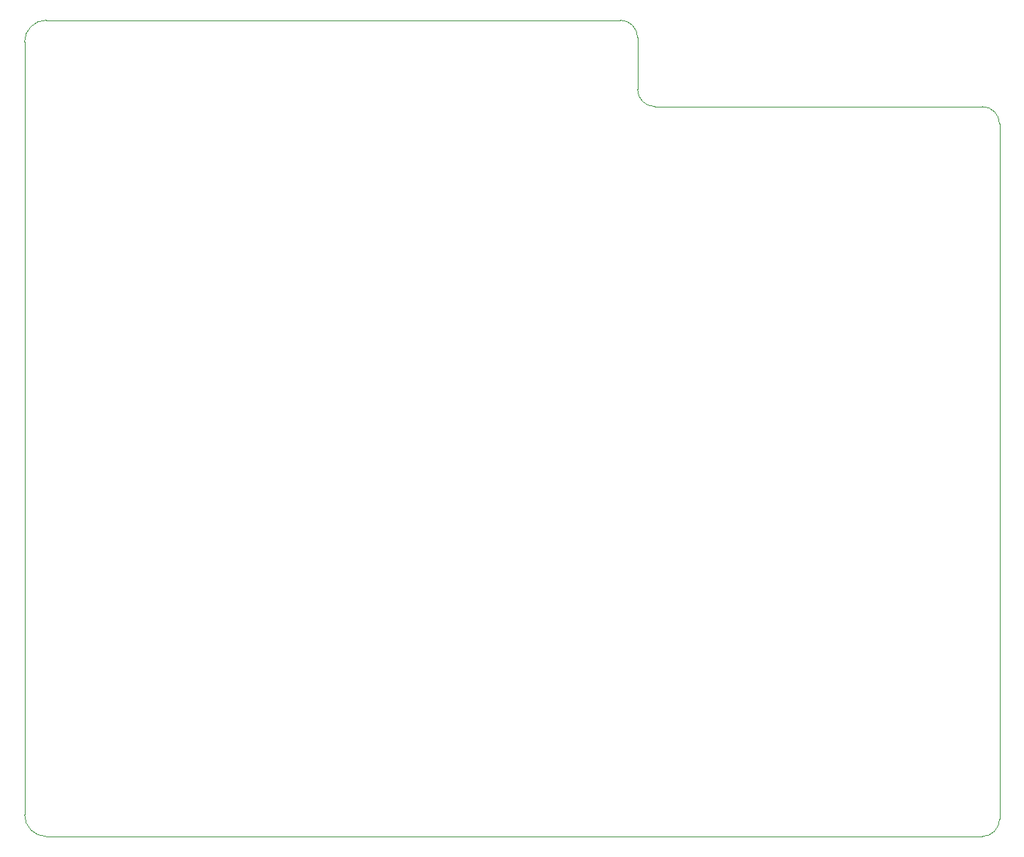
<source format=gbr>
%TF.GenerationSoftware,KiCad,Pcbnew,9.0.1*%
%TF.CreationDate,2025-06-20T23:10:46-05:00*%
%TF.ProjectId,LVGL_Training_Board,4c56474c-5f54-4726-9169-6e696e675f42,rev?*%
%TF.SameCoordinates,Original*%
%TF.FileFunction,Profile,NP*%
%FSLAX46Y46*%
G04 Gerber Fmt 4.6, Leading zero omitted, Abs format (unit mm)*
G04 Created by KiCad (PCBNEW 9.0.1) date 2025-06-20 23:10:46*
%MOMM*%
%LPD*%
G01*
G04 APERTURE LIST*
%TA.AperFunction,Profile*%
%ADD10C,0.050000*%
%TD*%
G04 APERTURE END LIST*
D10*
X88950000Y-53150000D02*
X155400000Y-53150000D01*
X199300000Y-65150000D02*
X199300000Y-145650000D01*
X159400000Y-63150000D02*
G75*
G02*
X157400000Y-61150000I0J2000000D01*
G01*
X199300000Y-145650000D02*
G75*
G02*
X197300000Y-147650000I-2000000J0D01*
G01*
X197300000Y-147650000D02*
X97650000Y-147650000D01*
X197300000Y-63150000D02*
G75*
G02*
X199300000Y-65150000I0J-2000000D01*
G01*
X155400000Y-53150000D02*
G75*
G02*
X157400000Y-55150000I0J-2000000D01*
G01*
X88950000Y-147650000D02*
G75*
G02*
X86450000Y-145150000I0J2500000D01*
G01*
X86450000Y-145150000D02*
X86450000Y-55650000D01*
X86450000Y-55650000D02*
G75*
G02*
X88950000Y-53150000I2500000J0D01*
G01*
X157400000Y-55150000D02*
X157400000Y-61150000D01*
X159400000Y-63150000D02*
X197300000Y-63150000D01*
X97650000Y-147650000D02*
X88950000Y-147650000D01*
M02*

</source>
